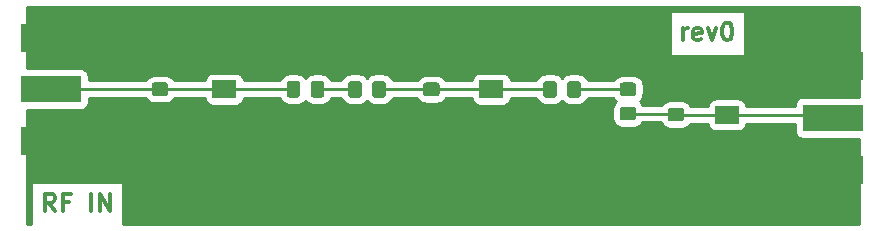
<source format=gbr>
G04 #@! TF.GenerationSoftware,KiCad,Pcbnew,(5.1.5)-3*
G04 #@! TF.CreationDate,2020-01-15T20:57:35-08:00*
G04 #@! TF.ProjectId,29MHz-LPF,32394d48-7a2d-44c5-9046-2e6b69636164,rev?*
G04 #@! TF.SameCoordinates,Original*
G04 #@! TF.FileFunction,Copper,L1,Top*
G04 #@! TF.FilePolarity,Positive*
%FSLAX46Y46*%
G04 Gerber Fmt 4.6, Leading zero omitted, Abs format (unit mm)*
G04 Created by KiCad (PCBNEW (5.1.5)-3) date 2020-01-15 20:57:35*
%MOMM*%
%LPD*%
G04 APERTURE LIST*
%ADD10C,0.300000*%
%ADD11C,0.100000*%
%ADD12R,2.000000X1.500000*%
%ADD13R,5.080000X2.290000*%
%ADD14R,5.080000X2.420000*%
%ADD15C,0.970000*%
%ADD16R,0.950000X0.460000*%
%ADD17C,0.800000*%
%ADD18C,0.250000*%
%ADD19C,0.254000*%
G04 APERTURE END LIST*
D10*
X161032285Y-84752571D02*
X161032285Y-83752571D01*
X161032285Y-84038285D02*
X161103714Y-83895428D01*
X161175142Y-83824000D01*
X161318000Y-83752571D01*
X161460857Y-83752571D01*
X162532285Y-84681142D02*
X162389428Y-84752571D01*
X162103714Y-84752571D01*
X161960857Y-84681142D01*
X161889428Y-84538285D01*
X161889428Y-83966857D01*
X161960857Y-83824000D01*
X162103714Y-83752571D01*
X162389428Y-83752571D01*
X162532285Y-83824000D01*
X162603714Y-83966857D01*
X162603714Y-84109714D01*
X161889428Y-84252571D01*
X163103714Y-83752571D02*
X163460857Y-84752571D01*
X163818000Y-83752571D01*
X164675142Y-83252571D02*
X164818000Y-83252571D01*
X164960857Y-83324000D01*
X165032285Y-83395428D01*
X165103714Y-83538285D01*
X165175142Y-83824000D01*
X165175142Y-84181142D01*
X165103714Y-84466857D01*
X165032285Y-84609714D01*
X164960857Y-84681142D01*
X164818000Y-84752571D01*
X164675142Y-84752571D01*
X164532285Y-84681142D01*
X164460857Y-84609714D01*
X164389428Y-84466857D01*
X164318000Y-84181142D01*
X164318000Y-83824000D01*
X164389428Y-83538285D01*
X164460857Y-83395428D01*
X164532285Y-83324000D01*
X164675142Y-83252571D01*
X107835142Y-99230571D02*
X107335142Y-98516285D01*
X106978000Y-99230571D02*
X106978000Y-97730571D01*
X107549428Y-97730571D01*
X107692285Y-97802000D01*
X107763714Y-97873428D01*
X107835142Y-98016285D01*
X107835142Y-98230571D01*
X107763714Y-98373428D01*
X107692285Y-98444857D01*
X107549428Y-98516285D01*
X106978000Y-98516285D01*
X108978000Y-98444857D02*
X108478000Y-98444857D01*
X108478000Y-99230571D02*
X108478000Y-97730571D01*
X109192285Y-97730571D01*
X110906571Y-99230571D02*
X110906571Y-97730571D01*
X111620857Y-99230571D02*
X111620857Y-97730571D01*
X112478000Y-99230571D01*
X112478000Y-97730571D01*
G04 #@! TA.AperFunction,SMDPad,CuDef*
D11*
G36*
X117187505Y-88308204D02*
G01*
X117211773Y-88311804D01*
X117235572Y-88317765D01*
X117258671Y-88326030D01*
X117280850Y-88336520D01*
X117301893Y-88349132D01*
X117321599Y-88363747D01*
X117339777Y-88380223D01*
X117356253Y-88398401D01*
X117370868Y-88418107D01*
X117383480Y-88439150D01*
X117393970Y-88461329D01*
X117402235Y-88484428D01*
X117408196Y-88508227D01*
X117411796Y-88532495D01*
X117413000Y-88556999D01*
X117413000Y-89207001D01*
X117411796Y-89231505D01*
X117408196Y-89255773D01*
X117402235Y-89279572D01*
X117393970Y-89302671D01*
X117383480Y-89324850D01*
X117370868Y-89345893D01*
X117356253Y-89365599D01*
X117339777Y-89383777D01*
X117321599Y-89400253D01*
X117301893Y-89414868D01*
X117280850Y-89427480D01*
X117258671Y-89437970D01*
X117235572Y-89446235D01*
X117211773Y-89452196D01*
X117187505Y-89455796D01*
X117163001Y-89457000D01*
X116262999Y-89457000D01*
X116238495Y-89455796D01*
X116214227Y-89452196D01*
X116190428Y-89446235D01*
X116167329Y-89437970D01*
X116145150Y-89427480D01*
X116124107Y-89414868D01*
X116104401Y-89400253D01*
X116086223Y-89383777D01*
X116069747Y-89365599D01*
X116055132Y-89345893D01*
X116042520Y-89324850D01*
X116032030Y-89302671D01*
X116023765Y-89279572D01*
X116017804Y-89255773D01*
X116014204Y-89231505D01*
X116013000Y-89207001D01*
X116013000Y-88556999D01*
X116014204Y-88532495D01*
X116017804Y-88508227D01*
X116023765Y-88484428D01*
X116032030Y-88461329D01*
X116042520Y-88439150D01*
X116055132Y-88418107D01*
X116069747Y-88398401D01*
X116086223Y-88380223D01*
X116104401Y-88363747D01*
X116124107Y-88349132D01*
X116145150Y-88336520D01*
X116167329Y-88326030D01*
X116190428Y-88317765D01*
X116214227Y-88311804D01*
X116238495Y-88308204D01*
X116262999Y-88307000D01*
X117163001Y-88307000D01*
X117187505Y-88308204D01*
G37*
G04 #@! TD.AperFunction*
G04 #@! TA.AperFunction,SMDPad,CuDef*
G36*
X117187505Y-90358204D02*
G01*
X117211773Y-90361804D01*
X117235572Y-90367765D01*
X117258671Y-90376030D01*
X117280850Y-90386520D01*
X117301893Y-90399132D01*
X117321599Y-90413747D01*
X117339777Y-90430223D01*
X117356253Y-90448401D01*
X117370868Y-90468107D01*
X117383480Y-90489150D01*
X117393970Y-90511329D01*
X117402235Y-90534428D01*
X117408196Y-90558227D01*
X117411796Y-90582495D01*
X117413000Y-90606999D01*
X117413000Y-91257001D01*
X117411796Y-91281505D01*
X117408196Y-91305773D01*
X117402235Y-91329572D01*
X117393970Y-91352671D01*
X117383480Y-91374850D01*
X117370868Y-91395893D01*
X117356253Y-91415599D01*
X117339777Y-91433777D01*
X117321599Y-91450253D01*
X117301893Y-91464868D01*
X117280850Y-91477480D01*
X117258671Y-91487970D01*
X117235572Y-91496235D01*
X117211773Y-91502196D01*
X117187505Y-91505796D01*
X117163001Y-91507000D01*
X116262999Y-91507000D01*
X116238495Y-91505796D01*
X116214227Y-91502196D01*
X116190428Y-91496235D01*
X116167329Y-91487970D01*
X116145150Y-91477480D01*
X116124107Y-91464868D01*
X116104401Y-91450253D01*
X116086223Y-91433777D01*
X116069747Y-91415599D01*
X116055132Y-91395893D01*
X116042520Y-91374850D01*
X116032030Y-91352671D01*
X116023765Y-91329572D01*
X116017804Y-91305773D01*
X116014204Y-91281505D01*
X116013000Y-91257001D01*
X116013000Y-90606999D01*
X116014204Y-90582495D01*
X116017804Y-90558227D01*
X116023765Y-90534428D01*
X116032030Y-90511329D01*
X116042520Y-90489150D01*
X116055132Y-90468107D01*
X116069747Y-90448401D01*
X116086223Y-90430223D01*
X116104401Y-90413747D01*
X116124107Y-90399132D01*
X116145150Y-90386520D01*
X116167329Y-90376030D01*
X116190428Y-90367765D01*
X116214227Y-90361804D01*
X116238495Y-90358204D01*
X116262999Y-90357000D01*
X117163001Y-90357000D01*
X117187505Y-90358204D01*
G37*
G04 #@! TD.AperFunction*
D12*
X122174000Y-88900000D03*
X122174000Y-94900000D03*
G04 #@! TA.AperFunction,SMDPad,CuDef*
D11*
G36*
X140174505Y-90376204D02*
G01*
X140198773Y-90379804D01*
X140222572Y-90385765D01*
X140245671Y-90394030D01*
X140267850Y-90404520D01*
X140288893Y-90417132D01*
X140308599Y-90431747D01*
X140326777Y-90448223D01*
X140343253Y-90466401D01*
X140357868Y-90486107D01*
X140370480Y-90507150D01*
X140380970Y-90529329D01*
X140389235Y-90552428D01*
X140395196Y-90576227D01*
X140398796Y-90600495D01*
X140400000Y-90624999D01*
X140400000Y-91275001D01*
X140398796Y-91299505D01*
X140395196Y-91323773D01*
X140389235Y-91347572D01*
X140380970Y-91370671D01*
X140370480Y-91392850D01*
X140357868Y-91413893D01*
X140343253Y-91433599D01*
X140326777Y-91451777D01*
X140308599Y-91468253D01*
X140288893Y-91482868D01*
X140267850Y-91495480D01*
X140245671Y-91505970D01*
X140222572Y-91514235D01*
X140198773Y-91520196D01*
X140174505Y-91523796D01*
X140150001Y-91525000D01*
X139249999Y-91525000D01*
X139225495Y-91523796D01*
X139201227Y-91520196D01*
X139177428Y-91514235D01*
X139154329Y-91505970D01*
X139132150Y-91495480D01*
X139111107Y-91482868D01*
X139091401Y-91468253D01*
X139073223Y-91451777D01*
X139056747Y-91433599D01*
X139042132Y-91413893D01*
X139029520Y-91392850D01*
X139019030Y-91370671D01*
X139010765Y-91347572D01*
X139004804Y-91323773D01*
X139001204Y-91299505D01*
X139000000Y-91275001D01*
X139000000Y-90624999D01*
X139001204Y-90600495D01*
X139004804Y-90576227D01*
X139010765Y-90552428D01*
X139019030Y-90529329D01*
X139029520Y-90507150D01*
X139042132Y-90486107D01*
X139056747Y-90466401D01*
X139073223Y-90448223D01*
X139091401Y-90431747D01*
X139111107Y-90417132D01*
X139132150Y-90404520D01*
X139154329Y-90394030D01*
X139177428Y-90385765D01*
X139201227Y-90379804D01*
X139225495Y-90376204D01*
X139249999Y-90375000D01*
X140150001Y-90375000D01*
X140174505Y-90376204D01*
G37*
G04 #@! TD.AperFunction*
G04 #@! TA.AperFunction,SMDPad,CuDef*
G36*
X140174505Y-88326204D02*
G01*
X140198773Y-88329804D01*
X140222572Y-88335765D01*
X140245671Y-88344030D01*
X140267850Y-88354520D01*
X140288893Y-88367132D01*
X140308599Y-88381747D01*
X140326777Y-88398223D01*
X140343253Y-88416401D01*
X140357868Y-88436107D01*
X140370480Y-88457150D01*
X140380970Y-88479329D01*
X140389235Y-88502428D01*
X140395196Y-88526227D01*
X140398796Y-88550495D01*
X140400000Y-88574999D01*
X140400000Y-89225001D01*
X140398796Y-89249505D01*
X140395196Y-89273773D01*
X140389235Y-89297572D01*
X140380970Y-89320671D01*
X140370480Y-89342850D01*
X140357868Y-89363893D01*
X140343253Y-89383599D01*
X140326777Y-89401777D01*
X140308599Y-89418253D01*
X140288893Y-89432868D01*
X140267850Y-89445480D01*
X140245671Y-89455970D01*
X140222572Y-89464235D01*
X140198773Y-89470196D01*
X140174505Y-89473796D01*
X140150001Y-89475000D01*
X139249999Y-89475000D01*
X139225495Y-89473796D01*
X139201227Y-89470196D01*
X139177428Y-89464235D01*
X139154329Y-89455970D01*
X139132150Y-89445480D01*
X139111107Y-89432868D01*
X139091401Y-89418253D01*
X139073223Y-89401777D01*
X139056747Y-89383599D01*
X139042132Y-89363893D01*
X139029520Y-89342850D01*
X139019030Y-89320671D01*
X139010765Y-89297572D01*
X139004804Y-89273773D01*
X139001204Y-89249505D01*
X139000000Y-89225001D01*
X139000000Y-88574999D01*
X139001204Y-88550495D01*
X139004804Y-88526227D01*
X139010765Y-88502428D01*
X139019030Y-88479329D01*
X139029520Y-88457150D01*
X139042132Y-88436107D01*
X139056747Y-88416401D01*
X139073223Y-88398223D01*
X139091401Y-88381747D01*
X139111107Y-88367132D01*
X139132150Y-88354520D01*
X139154329Y-88344030D01*
X139177428Y-88335765D01*
X139201227Y-88329804D01*
X139225495Y-88326204D01*
X139249999Y-88325000D01*
X140150001Y-88325000D01*
X140174505Y-88326204D01*
G37*
G04 #@! TD.AperFunction*
D12*
X144780000Y-94900000D03*
X144780000Y-88900000D03*
G04 #@! TA.AperFunction,SMDPad,CuDef*
D11*
G36*
X160875505Y-90467204D02*
G01*
X160899773Y-90470804D01*
X160923572Y-90476765D01*
X160946671Y-90485030D01*
X160968850Y-90495520D01*
X160989893Y-90508132D01*
X161009599Y-90522747D01*
X161027777Y-90539223D01*
X161044253Y-90557401D01*
X161058868Y-90577107D01*
X161071480Y-90598150D01*
X161081970Y-90620329D01*
X161090235Y-90643428D01*
X161096196Y-90667227D01*
X161099796Y-90691495D01*
X161101000Y-90715999D01*
X161101000Y-91366001D01*
X161099796Y-91390505D01*
X161096196Y-91414773D01*
X161090235Y-91438572D01*
X161081970Y-91461671D01*
X161071480Y-91483850D01*
X161058868Y-91504893D01*
X161044253Y-91524599D01*
X161027777Y-91542777D01*
X161009599Y-91559253D01*
X160989893Y-91573868D01*
X160968850Y-91586480D01*
X160946671Y-91596970D01*
X160923572Y-91605235D01*
X160899773Y-91611196D01*
X160875505Y-91614796D01*
X160851001Y-91616000D01*
X159950999Y-91616000D01*
X159926495Y-91614796D01*
X159902227Y-91611196D01*
X159878428Y-91605235D01*
X159855329Y-91596970D01*
X159833150Y-91586480D01*
X159812107Y-91573868D01*
X159792401Y-91559253D01*
X159774223Y-91542777D01*
X159757747Y-91524599D01*
X159743132Y-91504893D01*
X159730520Y-91483850D01*
X159720030Y-91461671D01*
X159711765Y-91438572D01*
X159705804Y-91414773D01*
X159702204Y-91390505D01*
X159701000Y-91366001D01*
X159701000Y-90715999D01*
X159702204Y-90691495D01*
X159705804Y-90667227D01*
X159711765Y-90643428D01*
X159720030Y-90620329D01*
X159730520Y-90598150D01*
X159743132Y-90577107D01*
X159757747Y-90557401D01*
X159774223Y-90539223D01*
X159792401Y-90522747D01*
X159812107Y-90508132D01*
X159833150Y-90495520D01*
X159855329Y-90485030D01*
X159878428Y-90476765D01*
X159902227Y-90470804D01*
X159926495Y-90467204D01*
X159950999Y-90466000D01*
X160851001Y-90466000D01*
X160875505Y-90467204D01*
G37*
G04 #@! TD.AperFunction*
G04 #@! TA.AperFunction,SMDPad,CuDef*
G36*
X160875505Y-92517204D02*
G01*
X160899773Y-92520804D01*
X160923572Y-92526765D01*
X160946671Y-92535030D01*
X160968850Y-92545520D01*
X160989893Y-92558132D01*
X161009599Y-92572747D01*
X161027777Y-92589223D01*
X161044253Y-92607401D01*
X161058868Y-92627107D01*
X161071480Y-92648150D01*
X161081970Y-92670329D01*
X161090235Y-92693428D01*
X161096196Y-92717227D01*
X161099796Y-92741495D01*
X161101000Y-92765999D01*
X161101000Y-93416001D01*
X161099796Y-93440505D01*
X161096196Y-93464773D01*
X161090235Y-93488572D01*
X161081970Y-93511671D01*
X161071480Y-93533850D01*
X161058868Y-93554893D01*
X161044253Y-93574599D01*
X161027777Y-93592777D01*
X161009599Y-93609253D01*
X160989893Y-93623868D01*
X160968850Y-93636480D01*
X160946671Y-93646970D01*
X160923572Y-93655235D01*
X160899773Y-93661196D01*
X160875505Y-93664796D01*
X160851001Y-93666000D01*
X159950999Y-93666000D01*
X159926495Y-93664796D01*
X159902227Y-93661196D01*
X159878428Y-93655235D01*
X159855329Y-93646970D01*
X159833150Y-93636480D01*
X159812107Y-93623868D01*
X159792401Y-93609253D01*
X159774223Y-93592777D01*
X159757747Y-93574599D01*
X159743132Y-93554893D01*
X159730520Y-93533850D01*
X159720030Y-93511671D01*
X159711765Y-93488572D01*
X159705804Y-93464773D01*
X159702204Y-93440505D01*
X159701000Y-93416001D01*
X159701000Y-92765999D01*
X159702204Y-92741495D01*
X159705804Y-92717227D01*
X159711765Y-92693428D01*
X159720030Y-92670329D01*
X159730520Y-92648150D01*
X159743132Y-92627107D01*
X159757747Y-92607401D01*
X159774223Y-92589223D01*
X159792401Y-92572747D01*
X159812107Y-92558132D01*
X159833150Y-92545520D01*
X159855329Y-92535030D01*
X159878428Y-92526765D01*
X159902227Y-92520804D01*
X159926495Y-92517204D01*
X159950999Y-92516000D01*
X160851001Y-92516000D01*
X160875505Y-92517204D01*
G37*
G04 #@! TD.AperFunction*
D12*
X164719000Y-91059000D03*
X164719000Y-97059000D03*
D13*
X107500000Y-88900000D03*
D14*
X107500000Y-84520000D03*
X107500000Y-93280000D03*
D15*
X110940000Y-84520000D03*
X110940000Y-93280000D03*
D16*
X110490000Y-84520000D03*
X110490000Y-93280000D03*
X170688000Y-86933000D03*
X170688000Y-95693000D03*
D15*
X170238000Y-86933000D03*
X170238000Y-95693000D03*
D14*
X173678000Y-86933000D03*
X173678000Y-95693000D03*
D13*
X173678000Y-91313000D03*
G04 #@! TA.AperFunction,SMDPad,CuDef*
D11*
G36*
X133572505Y-88201204D02*
G01*
X133596773Y-88204804D01*
X133620572Y-88210765D01*
X133643671Y-88219030D01*
X133665850Y-88229520D01*
X133686893Y-88242132D01*
X133706599Y-88256747D01*
X133724777Y-88273223D01*
X133741253Y-88291401D01*
X133755868Y-88311107D01*
X133768480Y-88332150D01*
X133778970Y-88354329D01*
X133787235Y-88377428D01*
X133793196Y-88401227D01*
X133796796Y-88425495D01*
X133798000Y-88449999D01*
X133798000Y-89350001D01*
X133796796Y-89374505D01*
X133793196Y-89398773D01*
X133787235Y-89422572D01*
X133778970Y-89445671D01*
X133768480Y-89467850D01*
X133755868Y-89488893D01*
X133741253Y-89508599D01*
X133724777Y-89526777D01*
X133706599Y-89543253D01*
X133686893Y-89557868D01*
X133665850Y-89570480D01*
X133643671Y-89580970D01*
X133620572Y-89589235D01*
X133596773Y-89595196D01*
X133572505Y-89598796D01*
X133548001Y-89600000D01*
X132897999Y-89600000D01*
X132873495Y-89598796D01*
X132849227Y-89595196D01*
X132825428Y-89589235D01*
X132802329Y-89580970D01*
X132780150Y-89570480D01*
X132759107Y-89557868D01*
X132739401Y-89543253D01*
X132721223Y-89526777D01*
X132704747Y-89508599D01*
X132690132Y-89488893D01*
X132677520Y-89467850D01*
X132667030Y-89445671D01*
X132658765Y-89422572D01*
X132652804Y-89398773D01*
X132649204Y-89374505D01*
X132648000Y-89350001D01*
X132648000Y-88449999D01*
X132649204Y-88425495D01*
X132652804Y-88401227D01*
X132658765Y-88377428D01*
X132667030Y-88354329D01*
X132677520Y-88332150D01*
X132690132Y-88311107D01*
X132704747Y-88291401D01*
X132721223Y-88273223D01*
X132739401Y-88256747D01*
X132759107Y-88242132D01*
X132780150Y-88229520D01*
X132802329Y-88219030D01*
X132825428Y-88210765D01*
X132849227Y-88204804D01*
X132873495Y-88201204D01*
X132897999Y-88200000D01*
X133548001Y-88200000D01*
X133572505Y-88201204D01*
G37*
G04 #@! TD.AperFunction*
G04 #@! TA.AperFunction,SMDPad,CuDef*
G36*
X135622505Y-88201204D02*
G01*
X135646773Y-88204804D01*
X135670572Y-88210765D01*
X135693671Y-88219030D01*
X135715850Y-88229520D01*
X135736893Y-88242132D01*
X135756599Y-88256747D01*
X135774777Y-88273223D01*
X135791253Y-88291401D01*
X135805868Y-88311107D01*
X135818480Y-88332150D01*
X135828970Y-88354329D01*
X135837235Y-88377428D01*
X135843196Y-88401227D01*
X135846796Y-88425495D01*
X135848000Y-88449999D01*
X135848000Y-89350001D01*
X135846796Y-89374505D01*
X135843196Y-89398773D01*
X135837235Y-89422572D01*
X135828970Y-89445671D01*
X135818480Y-89467850D01*
X135805868Y-89488893D01*
X135791253Y-89508599D01*
X135774777Y-89526777D01*
X135756599Y-89543253D01*
X135736893Y-89557868D01*
X135715850Y-89570480D01*
X135693671Y-89580970D01*
X135670572Y-89589235D01*
X135646773Y-89595196D01*
X135622505Y-89598796D01*
X135598001Y-89600000D01*
X134947999Y-89600000D01*
X134923495Y-89598796D01*
X134899227Y-89595196D01*
X134875428Y-89589235D01*
X134852329Y-89580970D01*
X134830150Y-89570480D01*
X134809107Y-89557868D01*
X134789401Y-89543253D01*
X134771223Y-89526777D01*
X134754747Y-89508599D01*
X134740132Y-89488893D01*
X134727520Y-89467850D01*
X134717030Y-89445671D01*
X134708765Y-89422572D01*
X134702804Y-89398773D01*
X134699204Y-89374505D01*
X134698000Y-89350001D01*
X134698000Y-88449999D01*
X134699204Y-88425495D01*
X134702804Y-88401227D01*
X134708765Y-88377428D01*
X134717030Y-88354329D01*
X134727520Y-88332150D01*
X134740132Y-88311107D01*
X134754747Y-88291401D01*
X134771223Y-88273223D01*
X134789401Y-88256747D01*
X134809107Y-88242132D01*
X134830150Y-88229520D01*
X134852329Y-88219030D01*
X134875428Y-88210765D01*
X134899227Y-88204804D01*
X134923495Y-88201204D01*
X134947999Y-88200000D01*
X135598001Y-88200000D01*
X135622505Y-88201204D01*
G37*
G04 #@! TD.AperFunction*
G04 #@! TA.AperFunction,SMDPad,CuDef*
G36*
X156811505Y-90376204D02*
G01*
X156835773Y-90379804D01*
X156859572Y-90385765D01*
X156882671Y-90394030D01*
X156904850Y-90404520D01*
X156925893Y-90417132D01*
X156945599Y-90431747D01*
X156963777Y-90448223D01*
X156980253Y-90466401D01*
X156994868Y-90486107D01*
X157007480Y-90507150D01*
X157017970Y-90529329D01*
X157026235Y-90552428D01*
X157032196Y-90576227D01*
X157035796Y-90600495D01*
X157037000Y-90624999D01*
X157037000Y-91275001D01*
X157035796Y-91299505D01*
X157032196Y-91323773D01*
X157026235Y-91347572D01*
X157017970Y-91370671D01*
X157007480Y-91392850D01*
X156994868Y-91413893D01*
X156980253Y-91433599D01*
X156963777Y-91451777D01*
X156945599Y-91468253D01*
X156925893Y-91482868D01*
X156904850Y-91495480D01*
X156882671Y-91505970D01*
X156859572Y-91514235D01*
X156835773Y-91520196D01*
X156811505Y-91523796D01*
X156787001Y-91525000D01*
X155886999Y-91525000D01*
X155862495Y-91523796D01*
X155838227Y-91520196D01*
X155814428Y-91514235D01*
X155791329Y-91505970D01*
X155769150Y-91495480D01*
X155748107Y-91482868D01*
X155728401Y-91468253D01*
X155710223Y-91451777D01*
X155693747Y-91433599D01*
X155679132Y-91413893D01*
X155666520Y-91392850D01*
X155656030Y-91370671D01*
X155647765Y-91347572D01*
X155641804Y-91323773D01*
X155638204Y-91299505D01*
X155637000Y-91275001D01*
X155637000Y-90624999D01*
X155638204Y-90600495D01*
X155641804Y-90576227D01*
X155647765Y-90552428D01*
X155656030Y-90529329D01*
X155666520Y-90507150D01*
X155679132Y-90486107D01*
X155693747Y-90466401D01*
X155710223Y-90448223D01*
X155728401Y-90431747D01*
X155748107Y-90417132D01*
X155769150Y-90404520D01*
X155791329Y-90394030D01*
X155814428Y-90385765D01*
X155838227Y-90379804D01*
X155862495Y-90376204D01*
X155886999Y-90375000D01*
X156787001Y-90375000D01*
X156811505Y-90376204D01*
G37*
G04 #@! TD.AperFunction*
G04 #@! TA.AperFunction,SMDPad,CuDef*
G36*
X156811505Y-88326204D02*
G01*
X156835773Y-88329804D01*
X156859572Y-88335765D01*
X156882671Y-88344030D01*
X156904850Y-88354520D01*
X156925893Y-88367132D01*
X156945599Y-88381747D01*
X156963777Y-88398223D01*
X156980253Y-88416401D01*
X156994868Y-88436107D01*
X157007480Y-88457150D01*
X157017970Y-88479329D01*
X157026235Y-88502428D01*
X157032196Y-88526227D01*
X157035796Y-88550495D01*
X157037000Y-88574999D01*
X157037000Y-89225001D01*
X157035796Y-89249505D01*
X157032196Y-89273773D01*
X157026235Y-89297572D01*
X157017970Y-89320671D01*
X157007480Y-89342850D01*
X156994868Y-89363893D01*
X156980253Y-89383599D01*
X156963777Y-89401777D01*
X156945599Y-89418253D01*
X156925893Y-89432868D01*
X156904850Y-89445480D01*
X156882671Y-89455970D01*
X156859572Y-89464235D01*
X156835773Y-89470196D01*
X156811505Y-89473796D01*
X156787001Y-89475000D01*
X155886999Y-89475000D01*
X155862495Y-89473796D01*
X155838227Y-89470196D01*
X155814428Y-89464235D01*
X155791329Y-89455970D01*
X155769150Y-89445480D01*
X155748107Y-89432868D01*
X155728401Y-89418253D01*
X155710223Y-89401777D01*
X155693747Y-89383599D01*
X155679132Y-89363893D01*
X155666520Y-89342850D01*
X155656030Y-89320671D01*
X155647765Y-89297572D01*
X155641804Y-89273773D01*
X155638204Y-89249505D01*
X155637000Y-89225001D01*
X155637000Y-88574999D01*
X155638204Y-88550495D01*
X155641804Y-88526227D01*
X155647765Y-88502428D01*
X155656030Y-88479329D01*
X155666520Y-88457150D01*
X155679132Y-88436107D01*
X155693747Y-88416401D01*
X155710223Y-88398223D01*
X155728401Y-88381747D01*
X155748107Y-88367132D01*
X155769150Y-88354520D01*
X155791329Y-88344030D01*
X155814428Y-88335765D01*
X155838227Y-88329804D01*
X155862495Y-88326204D01*
X155886999Y-88325000D01*
X156787001Y-88325000D01*
X156811505Y-88326204D01*
G37*
G04 #@! TD.AperFunction*
G04 #@! TA.AperFunction,SMDPad,CuDef*
G36*
X130415505Y-88201204D02*
G01*
X130439773Y-88204804D01*
X130463572Y-88210765D01*
X130486671Y-88219030D01*
X130508850Y-88229520D01*
X130529893Y-88242132D01*
X130549599Y-88256747D01*
X130567777Y-88273223D01*
X130584253Y-88291401D01*
X130598868Y-88311107D01*
X130611480Y-88332150D01*
X130621970Y-88354329D01*
X130630235Y-88377428D01*
X130636196Y-88401227D01*
X130639796Y-88425495D01*
X130641000Y-88449999D01*
X130641000Y-89350001D01*
X130639796Y-89374505D01*
X130636196Y-89398773D01*
X130630235Y-89422572D01*
X130621970Y-89445671D01*
X130611480Y-89467850D01*
X130598868Y-89488893D01*
X130584253Y-89508599D01*
X130567777Y-89526777D01*
X130549599Y-89543253D01*
X130529893Y-89557868D01*
X130508850Y-89570480D01*
X130486671Y-89580970D01*
X130463572Y-89589235D01*
X130439773Y-89595196D01*
X130415505Y-89598796D01*
X130391001Y-89600000D01*
X129740999Y-89600000D01*
X129716495Y-89598796D01*
X129692227Y-89595196D01*
X129668428Y-89589235D01*
X129645329Y-89580970D01*
X129623150Y-89570480D01*
X129602107Y-89557868D01*
X129582401Y-89543253D01*
X129564223Y-89526777D01*
X129547747Y-89508599D01*
X129533132Y-89488893D01*
X129520520Y-89467850D01*
X129510030Y-89445671D01*
X129501765Y-89422572D01*
X129495804Y-89398773D01*
X129492204Y-89374505D01*
X129491000Y-89350001D01*
X129491000Y-88449999D01*
X129492204Y-88425495D01*
X129495804Y-88401227D01*
X129501765Y-88377428D01*
X129510030Y-88354329D01*
X129520520Y-88332150D01*
X129533132Y-88311107D01*
X129547747Y-88291401D01*
X129564223Y-88273223D01*
X129582401Y-88256747D01*
X129602107Y-88242132D01*
X129623150Y-88229520D01*
X129645329Y-88219030D01*
X129668428Y-88210765D01*
X129692227Y-88204804D01*
X129716495Y-88201204D01*
X129740999Y-88200000D01*
X130391001Y-88200000D01*
X130415505Y-88201204D01*
G37*
G04 #@! TD.AperFunction*
G04 #@! TA.AperFunction,SMDPad,CuDef*
G36*
X128365505Y-88201204D02*
G01*
X128389773Y-88204804D01*
X128413572Y-88210765D01*
X128436671Y-88219030D01*
X128458850Y-88229520D01*
X128479893Y-88242132D01*
X128499599Y-88256747D01*
X128517777Y-88273223D01*
X128534253Y-88291401D01*
X128548868Y-88311107D01*
X128561480Y-88332150D01*
X128571970Y-88354329D01*
X128580235Y-88377428D01*
X128586196Y-88401227D01*
X128589796Y-88425495D01*
X128591000Y-88449999D01*
X128591000Y-89350001D01*
X128589796Y-89374505D01*
X128586196Y-89398773D01*
X128580235Y-89422572D01*
X128571970Y-89445671D01*
X128561480Y-89467850D01*
X128548868Y-89488893D01*
X128534253Y-89508599D01*
X128517777Y-89526777D01*
X128499599Y-89543253D01*
X128479893Y-89557868D01*
X128458850Y-89570480D01*
X128436671Y-89580970D01*
X128413572Y-89589235D01*
X128389773Y-89595196D01*
X128365505Y-89598796D01*
X128341001Y-89600000D01*
X127690999Y-89600000D01*
X127666495Y-89598796D01*
X127642227Y-89595196D01*
X127618428Y-89589235D01*
X127595329Y-89580970D01*
X127573150Y-89570480D01*
X127552107Y-89557868D01*
X127532401Y-89543253D01*
X127514223Y-89526777D01*
X127497747Y-89508599D01*
X127483132Y-89488893D01*
X127470520Y-89467850D01*
X127460030Y-89445671D01*
X127451765Y-89422572D01*
X127445804Y-89398773D01*
X127442204Y-89374505D01*
X127441000Y-89350001D01*
X127441000Y-88449999D01*
X127442204Y-88425495D01*
X127445804Y-88401227D01*
X127451765Y-88377428D01*
X127460030Y-88354329D01*
X127470520Y-88332150D01*
X127483132Y-88311107D01*
X127497747Y-88291401D01*
X127514223Y-88273223D01*
X127532401Y-88256747D01*
X127552107Y-88242132D01*
X127573150Y-88229520D01*
X127595329Y-88219030D01*
X127618428Y-88210765D01*
X127642227Y-88204804D01*
X127666495Y-88201204D01*
X127690999Y-88200000D01*
X128341001Y-88200000D01*
X128365505Y-88201204D01*
G37*
G04 #@! TD.AperFunction*
G04 #@! TA.AperFunction,SMDPad,CuDef*
G36*
X150082505Y-88201204D02*
G01*
X150106773Y-88204804D01*
X150130572Y-88210765D01*
X150153671Y-88219030D01*
X150175850Y-88229520D01*
X150196893Y-88242132D01*
X150216599Y-88256747D01*
X150234777Y-88273223D01*
X150251253Y-88291401D01*
X150265868Y-88311107D01*
X150278480Y-88332150D01*
X150288970Y-88354329D01*
X150297235Y-88377428D01*
X150303196Y-88401227D01*
X150306796Y-88425495D01*
X150308000Y-88449999D01*
X150308000Y-89350001D01*
X150306796Y-89374505D01*
X150303196Y-89398773D01*
X150297235Y-89422572D01*
X150288970Y-89445671D01*
X150278480Y-89467850D01*
X150265868Y-89488893D01*
X150251253Y-89508599D01*
X150234777Y-89526777D01*
X150216599Y-89543253D01*
X150196893Y-89557868D01*
X150175850Y-89570480D01*
X150153671Y-89580970D01*
X150130572Y-89589235D01*
X150106773Y-89595196D01*
X150082505Y-89598796D01*
X150058001Y-89600000D01*
X149407999Y-89600000D01*
X149383495Y-89598796D01*
X149359227Y-89595196D01*
X149335428Y-89589235D01*
X149312329Y-89580970D01*
X149290150Y-89570480D01*
X149269107Y-89557868D01*
X149249401Y-89543253D01*
X149231223Y-89526777D01*
X149214747Y-89508599D01*
X149200132Y-89488893D01*
X149187520Y-89467850D01*
X149177030Y-89445671D01*
X149168765Y-89422572D01*
X149162804Y-89398773D01*
X149159204Y-89374505D01*
X149158000Y-89350001D01*
X149158000Y-88449999D01*
X149159204Y-88425495D01*
X149162804Y-88401227D01*
X149168765Y-88377428D01*
X149177030Y-88354329D01*
X149187520Y-88332150D01*
X149200132Y-88311107D01*
X149214747Y-88291401D01*
X149231223Y-88273223D01*
X149249401Y-88256747D01*
X149269107Y-88242132D01*
X149290150Y-88229520D01*
X149312329Y-88219030D01*
X149335428Y-88210765D01*
X149359227Y-88204804D01*
X149383495Y-88201204D01*
X149407999Y-88200000D01*
X150058001Y-88200000D01*
X150082505Y-88201204D01*
G37*
G04 #@! TD.AperFunction*
G04 #@! TA.AperFunction,SMDPad,CuDef*
G36*
X152132505Y-88201204D02*
G01*
X152156773Y-88204804D01*
X152180572Y-88210765D01*
X152203671Y-88219030D01*
X152225850Y-88229520D01*
X152246893Y-88242132D01*
X152266599Y-88256747D01*
X152284777Y-88273223D01*
X152301253Y-88291401D01*
X152315868Y-88311107D01*
X152328480Y-88332150D01*
X152338970Y-88354329D01*
X152347235Y-88377428D01*
X152353196Y-88401227D01*
X152356796Y-88425495D01*
X152358000Y-88449999D01*
X152358000Y-89350001D01*
X152356796Y-89374505D01*
X152353196Y-89398773D01*
X152347235Y-89422572D01*
X152338970Y-89445671D01*
X152328480Y-89467850D01*
X152315868Y-89488893D01*
X152301253Y-89508599D01*
X152284777Y-89526777D01*
X152266599Y-89543253D01*
X152246893Y-89557868D01*
X152225850Y-89570480D01*
X152203671Y-89580970D01*
X152180572Y-89589235D01*
X152156773Y-89595196D01*
X152132505Y-89598796D01*
X152108001Y-89600000D01*
X151457999Y-89600000D01*
X151433495Y-89598796D01*
X151409227Y-89595196D01*
X151385428Y-89589235D01*
X151362329Y-89580970D01*
X151340150Y-89570480D01*
X151319107Y-89557868D01*
X151299401Y-89543253D01*
X151281223Y-89526777D01*
X151264747Y-89508599D01*
X151250132Y-89488893D01*
X151237520Y-89467850D01*
X151227030Y-89445671D01*
X151218765Y-89422572D01*
X151212804Y-89398773D01*
X151209204Y-89374505D01*
X151208000Y-89350001D01*
X151208000Y-88449999D01*
X151209204Y-88425495D01*
X151212804Y-88401227D01*
X151218765Y-88377428D01*
X151227030Y-88354329D01*
X151237520Y-88332150D01*
X151250132Y-88311107D01*
X151264747Y-88291401D01*
X151281223Y-88273223D01*
X151299401Y-88256747D01*
X151319107Y-88242132D01*
X151340150Y-88229520D01*
X151362329Y-88219030D01*
X151385428Y-88210765D01*
X151409227Y-88204804D01*
X151433495Y-88201204D01*
X151457999Y-88200000D01*
X152108001Y-88200000D01*
X152132505Y-88201204D01*
G37*
G04 #@! TD.AperFunction*
D17*
X139954000Y-94234000D03*
X139954000Y-84582000D03*
D18*
X116695000Y-88900000D02*
X116713000Y-88882000D01*
X107500000Y-88900000D02*
X116695000Y-88900000D01*
X122156000Y-88882000D02*
X122174000Y-88900000D01*
X116713000Y-88882000D02*
X122156000Y-88882000D01*
X122174000Y-88900000D02*
X128016000Y-88900000D01*
X135273000Y-88900000D02*
X139700000Y-88900000D01*
X140400000Y-88900000D02*
X144780000Y-88900000D01*
X139700000Y-88900000D02*
X140400000Y-88900000D01*
X144780000Y-88900000D02*
X149733000Y-88900000D01*
X160310000Y-90950000D02*
X160401000Y-91041000D01*
X156337000Y-90950000D02*
X160310000Y-90950000D01*
X160419000Y-91059000D02*
X160401000Y-91041000D01*
X164719000Y-91059000D02*
X160419000Y-91059000D01*
X173424000Y-91059000D02*
X173678000Y-91313000D01*
X164719000Y-91059000D02*
X173424000Y-91059000D01*
X130066000Y-88900000D02*
X133223000Y-88900000D01*
X152358000Y-88900000D02*
X156337000Y-88900000D01*
X151783000Y-88900000D02*
X152358000Y-88900000D01*
D19*
G36*
X120535928Y-89650000D02*
G01*
X120548188Y-89774482D01*
X120584498Y-89894180D01*
X120643463Y-90004494D01*
X120722815Y-90101185D01*
X120819506Y-90180537D01*
X120929820Y-90239502D01*
X121049518Y-90275812D01*
X121174000Y-90288072D01*
X123174000Y-90288072D01*
X123298482Y-90275812D01*
X123418180Y-90239502D01*
X123528494Y-90180537D01*
X123625185Y-90101185D01*
X123704537Y-90004494D01*
X123763502Y-89894180D01*
X123799812Y-89774482D01*
X123811087Y-89660000D01*
X126861473Y-89660000D01*
X126870528Y-89689851D01*
X126952595Y-89843387D01*
X127063038Y-89977962D01*
X127197613Y-90088405D01*
X127351149Y-90170472D01*
X127517745Y-90221008D01*
X127690999Y-90238072D01*
X128341001Y-90238072D01*
X128514255Y-90221008D01*
X128680851Y-90170472D01*
X128834387Y-90088405D01*
X128968962Y-89977962D01*
X129041000Y-89890184D01*
X129113038Y-89977962D01*
X129247613Y-90088405D01*
X129401149Y-90170472D01*
X129567745Y-90221008D01*
X129740999Y-90238072D01*
X130391001Y-90238072D01*
X130564255Y-90221008D01*
X130730851Y-90170472D01*
X130884387Y-90088405D01*
X131018962Y-89977962D01*
X131129405Y-89843387D01*
X131211472Y-89689851D01*
X131220527Y-89660000D01*
X132068473Y-89660000D01*
X132077528Y-89689851D01*
X132159595Y-89843387D01*
X132270038Y-89977962D01*
X132404613Y-90088405D01*
X132558149Y-90170472D01*
X132724745Y-90221008D01*
X132897999Y-90238072D01*
X133548001Y-90238072D01*
X133721255Y-90221008D01*
X133887851Y-90170472D01*
X134041387Y-90088405D01*
X134175962Y-89977962D01*
X134248000Y-89890184D01*
X134320038Y-89977962D01*
X134454613Y-90088405D01*
X134608149Y-90170472D01*
X134774745Y-90221008D01*
X134947999Y-90238072D01*
X135598001Y-90238072D01*
X135771255Y-90221008D01*
X135937851Y-90170472D01*
X136091387Y-90088405D01*
X136225962Y-89977962D01*
X136336405Y-89843387D01*
X136418472Y-89689851D01*
X136427527Y-89660000D01*
X138480386Y-89660000D01*
X138511595Y-89718387D01*
X138622038Y-89852962D01*
X138756613Y-89963405D01*
X138910149Y-90045472D01*
X139076745Y-90096008D01*
X139249999Y-90113072D01*
X140150001Y-90113072D01*
X140323255Y-90096008D01*
X140489851Y-90045472D01*
X140643387Y-89963405D01*
X140777962Y-89852962D01*
X140888405Y-89718387D01*
X140919614Y-89660000D01*
X143142913Y-89660000D01*
X143154188Y-89774482D01*
X143190498Y-89894180D01*
X143249463Y-90004494D01*
X143328815Y-90101185D01*
X143425506Y-90180537D01*
X143535820Y-90239502D01*
X143655518Y-90275812D01*
X143780000Y-90288072D01*
X145780000Y-90288072D01*
X145904482Y-90275812D01*
X146024180Y-90239502D01*
X146134494Y-90180537D01*
X146231185Y-90101185D01*
X146310537Y-90004494D01*
X146369502Y-89894180D01*
X146405812Y-89774482D01*
X146417087Y-89660000D01*
X148578473Y-89660000D01*
X148587528Y-89689851D01*
X148669595Y-89843387D01*
X148780038Y-89977962D01*
X148914613Y-90088405D01*
X149068149Y-90170472D01*
X149234745Y-90221008D01*
X149407999Y-90238072D01*
X150058001Y-90238072D01*
X150231255Y-90221008D01*
X150397851Y-90170472D01*
X150551387Y-90088405D01*
X150685962Y-89977962D01*
X150758000Y-89890184D01*
X150830038Y-89977962D01*
X150964613Y-90088405D01*
X151118149Y-90170472D01*
X151284745Y-90221008D01*
X151457999Y-90238072D01*
X152108001Y-90238072D01*
X152281255Y-90221008D01*
X152447851Y-90170472D01*
X152601387Y-90088405D01*
X152735962Y-89977962D01*
X152846405Y-89843387D01*
X152928472Y-89689851D01*
X152937527Y-89660000D01*
X155117386Y-89660000D01*
X155148595Y-89718387D01*
X155259038Y-89852962D01*
X155346816Y-89925000D01*
X155259038Y-89997038D01*
X155148595Y-90131613D01*
X155066528Y-90285149D01*
X155015992Y-90451745D01*
X154998928Y-90624999D01*
X154998928Y-91275001D01*
X155015992Y-91448255D01*
X155066528Y-91614851D01*
X155148595Y-91768387D01*
X155259038Y-91902962D01*
X155393613Y-92013405D01*
X155547149Y-92095472D01*
X155713745Y-92146008D01*
X155886999Y-92163072D01*
X156787001Y-92163072D01*
X156960255Y-92146008D01*
X157126851Y-92095472D01*
X157280387Y-92013405D01*
X157414962Y-91902962D01*
X157525405Y-91768387D01*
X157556614Y-91710000D01*
X159132746Y-91710000D01*
X159212595Y-91859387D01*
X159323038Y-91993962D01*
X159457613Y-92104405D01*
X159611149Y-92186472D01*
X159777745Y-92237008D01*
X159950999Y-92254072D01*
X160851001Y-92254072D01*
X161024255Y-92237008D01*
X161190851Y-92186472D01*
X161344387Y-92104405D01*
X161478962Y-91993962D01*
X161589405Y-91859387D01*
X161610992Y-91819000D01*
X163081913Y-91819000D01*
X163093188Y-91933482D01*
X163129498Y-92053180D01*
X163188463Y-92163494D01*
X163267815Y-92260185D01*
X163364506Y-92339537D01*
X163474820Y-92398502D01*
X163594518Y-92434812D01*
X163719000Y-92447072D01*
X165719000Y-92447072D01*
X165843482Y-92434812D01*
X165963180Y-92398502D01*
X166073494Y-92339537D01*
X166170185Y-92260185D01*
X166249537Y-92163494D01*
X166308502Y-92053180D01*
X166344812Y-91933482D01*
X166356087Y-91819000D01*
X170499928Y-91819000D01*
X170499928Y-92458000D01*
X170512188Y-92582482D01*
X170548498Y-92702180D01*
X170607463Y-92812494D01*
X170686815Y-92909185D01*
X170783506Y-92988537D01*
X170893820Y-93047502D01*
X171013518Y-93083812D01*
X171138000Y-93096072D01*
X175870000Y-93096072D01*
X175870000Y-100305000D01*
X113620143Y-100305000D01*
X113620143Y-96762000D01*
X105835857Y-96762000D01*
X105835857Y-100305000D01*
X105435000Y-100305000D01*
X105435000Y-90683072D01*
X110040000Y-90683072D01*
X110164482Y-90670812D01*
X110284180Y-90634502D01*
X110394494Y-90575537D01*
X110491185Y-90496185D01*
X110570537Y-90399494D01*
X110629502Y-90289180D01*
X110665812Y-90169482D01*
X110678072Y-90045000D01*
X110678072Y-89660000D01*
X115503008Y-89660000D01*
X115524595Y-89700387D01*
X115635038Y-89834962D01*
X115769613Y-89945405D01*
X115923149Y-90027472D01*
X116089745Y-90078008D01*
X116262999Y-90095072D01*
X117163001Y-90095072D01*
X117336255Y-90078008D01*
X117502851Y-90027472D01*
X117656387Y-89945405D01*
X117790962Y-89834962D01*
X117901405Y-89700387D01*
X117932614Y-89642000D01*
X120535928Y-89642000D01*
X120535928Y-89650000D01*
G37*
X120535928Y-89650000D02*
X120548188Y-89774482D01*
X120584498Y-89894180D01*
X120643463Y-90004494D01*
X120722815Y-90101185D01*
X120819506Y-90180537D01*
X120929820Y-90239502D01*
X121049518Y-90275812D01*
X121174000Y-90288072D01*
X123174000Y-90288072D01*
X123298482Y-90275812D01*
X123418180Y-90239502D01*
X123528494Y-90180537D01*
X123625185Y-90101185D01*
X123704537Y-90004494D01*
X123763502Y-89894180D01*
X123799812Y-89774482D01*
X123811087Y-89660000D01*
X126861473Y-89660000D01*
X126870528Y-89689851D01*
X126952595Y-89843387D01*
X127063038Y-89977962D01*
X127197613Y-90088405D01*
X127351149Y-90170472D01*
X127517745Y-90221008D01*
X127690999Y-90238072D01*
X128341001Y-90238072D01*
X128514255Y-90221008D01*
X128680851Y-90170472D01*
X128834387Y-90088405D01*
X128968962Y-89977962D01*
X129041000Y-89890184D01*
X129113038Y-89977962D01*
X129247613Y-90088405D01*
X129401149Y-90170472D01*
X129567745Y-90221008D01*
X129740999Y-90238072D01*
X130391001Y-90238072D01*
X130564255Y-90221008D01*
X130730851Y-90170472D01*
X130884387Y-90088405D01*
X131018962Y-89977962D01*
X131129405Y-89843387D01*
X131211472Y-89689851D01*
X131220527Y-89660000D01*
X132068473Y-89660000D01*
X132077528Y-89689851D01*
X132159595Y-89843387D01*
X132270038Y-89977962D01*
X132404613Y-90088405D01*
X132558149Y-90170472D01*
X132724745Y-90221008D01*
X132897999Y-90238072D01*
X133548001Y-90238072D01*
X133721255Y-90221008D01*
X133887851Y-90170472D01*
X134041387Y-90088405D01*
X134175962Y-89977962D01*
X134248000Y-89890184D01*
X134320038Y-89977962D01*
X134454613Y-90088405D01*
X134608149Y-90170472D01*
X134774745Y-90221008D01*
X134947999Y-90238072D01*
X135598001Y-90238072D01*
X135771255Y-90221008D01*
X135937851Y-90170472D01*
X136091387Y-90088405D01*
X136225962Y-89977962D01*
X136336405Y-89843387D01*
X136418472Y-89689851D01*
X136427527Y-89660000D01*
X138480386Y-89660000D01*
X138511595Y-89718387D01*
X138622038Y-89852962D01*
X138756613Y-89963405D01*
X138910149Y-90045472D01*
X139076745Y-90096008D01*
X139249999Y-90113072D01*
X140150001Y-90113072D01*
X140323255Y-90096008D01*
X140489851Y-90045472D01*
X140643387Y-89963405D01*
X140777962Y-89852962D01*
X140888405Y-89718387D01*
X140919614Y-89660000D01*
X143142913Y-89660000D01*
X143154188Y-89774482D01*
X143190498Y-89894180D01*
X143249463Y-90004494D01*
X143328815Y-90101185D01*
X143425506Y-90180537D01*
X143535820Y-90239502D01*
X143655518Y-90275812D01*
X143780000Y-90288072D01*
X145780000Y-90288072D01*
X145904482Y-90275812D01*
X146024180Y-90239502D01*
X146134494Y-90180537D01*
X146231185Y-90101185D01*
X146310537Y-90004494D01*
X146369502Y-89894180D01*
X146405812Y-89774482D01*
X146417087Y-89660000D01*
X148578473Y-89660000D01*
X148587528Y-89689851D01*
X148669595Y-89843387D01*
X148780038Y-89977962D01*
X148914613Y-90088405D01*
X149068149Y-90170472D01*
X149234745Y-90221008D01*
X149407999Y-90238072D01*
X150058001Y-90238072D01*
X150231255Y-90221008D01*
X150397851Y-90170472D01*
X150551387Y-90088405D01*
X150685962Y-89977962D01*
X150758000Y-89890184D01*
X150830038Y-89977962D01*
X150964613Y-90088405D01*
X151118149Y-90170472D01*
X151284745Y-90221008D01*
X151457999Y-90238072D01*
X152108001Y-90238072D01*
X152281255Y-90221008D01*
X152447851Y-90170472D01*
X152601387Y-90088405D01*
X152735962Y-89977962D01*
X152846405Y-89843387D01*
X152928472Y-89689851D01*
X152937527Y-89660000D01*
X155117386Y-89660000D01*
X155148595Y-89718387D01*
X155259038Y-89852962D01*
X155346816Y-89925000D01*
X155259038Y-89997038D01*
X155148595Y-90131613D01*
X155066528Y-90285149D01*
X155015992Y-90451745D01*
X154998928Y-90624999D01*
X154998928Y-91275001D01*
X155015992Y-91448255D01*
X155066528Y-91614851D01*
X155148595Y-91768387D01*
X155259038Y-91902962D01*
X155393613Y-92013405D01*
X155547149Y-92095472D01*
X155713745Y-92146008D01*
X155886999Y-92163072D01*
X156787001Y-92163072D01*
X156960255Y-92146008D01*
X157126851Y-92095472D01*
X157280387Y-92013405D01*
X157414962Y-91902962D01*
X157525405Y-91768387D01*
X157556614Y-91710000D01*
X159132746Y-91710000D01*
X159212595Y-91859387D01*
X159323038Y-91993962D01*
X159457613Y-92104405D01*
X159611149Y-92186472D01*
X159777745Y-92237008D01*
X159950999Y-92254072D01*
X160851001Y-92254072D01*
X161024255Y-92237008D01*
X161190851Y-92186472D01*
X161344387Y-92104405D01*
X161478962Y-91993962D01*
X161589405Y-91859387D01*
X161610992Y-91819000D01*
X163081913Y-91819000D01*
X163093188Y-91933482D01*
X163129498Y-92053180D01*
X163188463Y-92163494D01*
X163267815Y-92260185D01*
X163364506Y-92339537D01*
X163474820Y-92398502D01*
X163594518Y-92434812D01*
X163719000Y-92447072D01*
X165719000Y-92447072D01*
X165843482Y-92434812D01*
X165963180Y-92398502D01*
X166073494Y-92339537D01*
X166170185Y-92260185D01*
X166249537Y-92163494D01*
X166308502Y-92053180D01*
X166344812Y-91933482D01*
X166356087Y-91819000D01*
X170499928Y-91819000D01*
X170499928Y-92458000D01*
X170512188Y-92582482D01*
X170548498Y-92702180D01*
X170607463Y-92812494D01*
X170686815Y-92909185D01*
X170783506Y-92988537D01*
X170893820Y-93047502D01*
X171013518Y-93083812D01*
X171138000Y-93096072D01*
X175870000Y-93096072D01*
X175870000Y-100305000D01*
X113620143Y-100305000D01*
X113620143Y-96762000D01*
X105835857Y-96762000D01*
X105835857Y-100305000D01*
X105435000Y-100305000D01*
X105435000Y-90683072D01*
X110040000Y-90683072D01*
X110164482Y-90670812D01*
X110284180Y-90634502D01*
X110394494Y-90575537D01*
X110491185Y-90496185D01*
X110570537Y-90399494D01*
X110629502Y-90289180D01*
X110665812Y-90169482D01*
X110678072Y-90045000D01*
X110678072Y-89660000D01*
X115503008Y-89660000D01*
X115524595Y-89700387D01*
X115635038Y-89834962D01*
X115769613Y-89945405D01*
X115923149Y-90027472D01*
X116089745Y-90078008D01*
X116262999Y-90095072D01*
X117163001Y-90095072D01*
X117336255Y-90078008D01*
X117502851Y-90027472D01*
X117656387Y-89945405D01*
X117790962Y-89834962D01*
X117901405Y-89700387D01*
X117932614Y-89642000D01*
X120535928Y-89642000D01*
X120535928Y-89650000D01*
G36*
X175870001Y-89529928D02*
G01*
X171138000Y-89529928D01*
X171013518Y-89542188D01*
X170893820Y-89578498D01*
X170783506Y-89637463D01*
X170686815Y-89716815D01*
X170607463Y-89813506D01*
X170548498Y-89923820D01*
X170512188Y-90043518D01*
X170499928Y-90168000D01*
X170499928Y-90299000D01*
X166356087Y-90299000D01*
X166344812Y-90184518D01*
X166308502Y-90064820D01*
X166249537Y-89954506D01*
X166170185Y-89857815D01*
X166073494Y-89778463D01*
X165963180Y-89719498D01*
X165843482Y-89683188D01*
X165719000Y-89670928D01*
X163719000Y-89670928D01*
X163594518Y-89683188D01*
X163474820Y-89719498D01*
X163364506Y-89778463D01*
X163267815Y-89857815D01*
X163188463Y-89954506D01*
X163129498Y-90064820D01*
X163093188Y-90184518D01*
X163081913Y-90299000D01*
X161630235Y-90299000D01*
X161589405Y-90222613D01*
X161478962Y-90088038D01*
X161344387Y-89977595D01*
X161190851Y-89895528D01*
X161024255Y-89844992D01*
X160851001Y-89827928D01*
X159950999Y-89827928D01*
X159777745Y-89844992D01*
X159611149Y-89895528D01*
X159457613Y-89977595D01*
X159323038Y-90088038D01*
X159239360Y-90190000D01*
X157556614Y-90190000D01*
X157525405Y-90131613D01*
X157414962Y-89997038D01*
X157327184Y-89925000D01*
X157414962Y-89852962D01*
X157525405Y-89718387D01*
X157607472Y-89564851D01*
X157658008Y-89398255D01*
X157675072Y-89225001D01*
X157675072Y-88574999D01*
X157658008Y-88401745D01*
X157607472Y-88235149D01*
X157525405Y-88081613D01*
X157414962Y-87947038D01*
X157280387Y-87836595D01*
X157126851Y-87754528D01*
X156960255Y-87703992D01*
X156787001Y-87686928D01*
X155886999Y-87686928D01*
X155713745Y-87703992D01*
X155547149Y-87754528D01*
X155393613Y-87836595D01*
X155259038Y-87947038D01*
X155148595Y-88081613D01*
X155117386Y-88140000D01*
X152937527Y-88140000D01*
X152928472Y-88110149D01*
X152846405Y-87956613D01*
X152735962Y-87822038D01*
X152601387Y-87711595D01*
X152447851Y-87629528D01*
X152281255Y-87578992D01*
X152108001Y-87561928D01*
X151457999Y-87561928D01*
X151284745Y-87578992D01*
X151118149Y-87629528D01*
X150964613Y-87711595D01*
X150830038Y-87822038D01*
X150758000Y-87909816D01*
X150685962Y-87822038D01*
X150551387Y-87711595D01*
X150397851Y-87629528D01*
X150231255Y-87578992D01*
X150058001Y-87561928D01*
X149407999Y-87561928D01*
X149234745Y-87578992D01*
X149068149Y-87629528D01*
X148914613Y-87711595D01*
X148780038Y-87822038D01*
X148669595Y-87956613D01*
X148587528Y-88110149D01*
X148578473Y-88140000D01*
X146417087Y-88140000D01*
X146405812Y-88025518D01*
X146369502Y-87905820D01*
X146310537Y-87795506D01*
X146231185Y-87698815D01*
X146134494Y-87619463D01*
X146024180Y-87560498D01*
X145904482Y-87524188D01*
X145780000Y-87511928D01*
X143780000Y-87511928D01*
X143655518Y-87524188D01*
X143535820Y-87560498D01*
X143425506Y-87619463D01*
X143328815Y-87698815D01*
X143249463Y-87795506D01*
X143190498Y-87905820D01*
X143154188Y-88025518D01*
X143142913Y-88140000D01*
X140919614Y-88140000D01*
X140888405Y-88081613D01*
X140777962Y-87947038D01*
X140643387Y-87836595D01*
X140489851Y-87754528D01*
X140323255Y-87703992D01*
X140150001Y-87686928D01*
X139249999Y-87686928D01*
X139076745Y-87703992D01*
X138910149Y-87754528D01*
X138756613Y-87836595D01*
X138622038Y-87947038D01*
X138511595Y-88081613D01*
X138480386Y-88140000D01*
X136427527Y-88140000D01*
X136418472Y-88110149D01*
X136336405Y-87956613D01*
X136225962Y-87822038D01*
X136091387Y-87711595D01*
X135937851Y-87629528D01*
X135771255Y-87578992D01*
X135598001Y-87561928D01*
X134947999Y-87561928D01*
X134774745Y-87578992D01*
X134608149Y-87629528D01*
X134454613Y-87711595D01*
X134320038Y-87822038D01*
X134248000Y-87909816D01*
X134175962Y-87822038D01*
X134041387Y-87711595D01*
X133887851Y-87629528D01*
X133721255Y-87578992D01*
X133548001Y-87561928D01*
X132897999Y-87561928D01*
X132724745Y-87578992D01*
X132558149Y-87629528D01*
X132404613Y-87711595D01*
X132270038Y-87822038D01*
X132159595Y-87956613D01*
X132077528Y-88110149D01*
X132068473Y-88140000D01*
X131220527Y-88140000D01*
X131211472Y-88110149D01*
X131129405Y-87956613D01*
X131018962Y-87822038D01*
X130884387Y-87711595D01*
X130730851Y-87629528D01*
X130564255Y-87578992D01*
X130391001Y-87561928D01*
X129740999Y-87561928D01*
X129567745Y-87578992D01*
X129401149Y-87629528D01*
X129247613Y-87711595D01*
X129113038Y-87822038D01*
X129041000Y-87909816D01*
X128968962Y-87822038D01*
X128834387Y-87711595D01*
X128680851Y-87629528D01*
X128514255Y-87578992D01*
X128341001Y-87561928D01*
X127690999Y-87561928D01*
X127517745Y-87578992D01*
X127351149Y-87629528D01*
X127197613Y-87711595D01*
X127063038Y-87822038D01*
X126952595Y-87956613D01*
X126870528Y-88110149D01*
X126861473Y-88140000D01*
X123811087Y-88140000D01*
X123799812Y-88025518D01*
X123763502Y-87905820D01*
X123704537Y-87795506D01*
X123625185Y-87698815D01*
X123528494Y-87619463D01*
X123418180Y-87560498D01*
X123298482Y-87524188D01*
X123174000Y-87511928D01*
X121174000Y-87511928D01*
X121049518Y-87524188D01*
X120929820Y-87560498D01*
X120819506Y-87619463D01*
X120722815Y-87698815D01*
X120643463Y-87795506D01*
X120584498Y-87905820D01*
X120548188Y-88025518D01*
X120538686Y-88122000D01*
X117932614Y-88122000D01*
X117901405Y-88063613D01*
X117790962Y-87929038D01*
X117656387Y-87818595D01*
X117502851Y-87736528D01*
X117336255Y-87685992D01*
X117163001Y-87668928D01*
X116262999Y-87668928D01*
X116089745Y-87685992D01*
X115923149Y-87736528D01*
X115769613Y-87818595D01*
X115635038Y-87929038D01*
X115524595Y-88063613D01*
X115483765Y-88140000D01*
X110678072Y-88140000D01*
X110678072Y-87755000D01*
X110665812Y-87630518D01*
X110629502Y-87510820D01*
X110570537Y-87400506D01*
X110491185Y-87303815D01*
X110394494Y-87224463D01*
X110284180Y-87165498D01*
X110164482Y-87129188D01*
X110040000Y-87116928D01*
X105435000Y-87116928D01*
X105435000Y-82284000D01*
X159890143Y-82284000D01*
X159890143Y-86104000D01*
X166245857Y-86104000D01*
X166245857Y-82284000D01*
X159890143Y-82284000D01*
X105435000Y-82284000D01*
X105435000Y-81940000D01*
X175870001Y-81940000D01*
X175870001Y-89529928D01*
G37*
X175870001Y-89529928D02*
X171138000Y-89529928D01*
X171013518Y-89542188D01*
X170893820Y-89578498D01*
X170783506Y-89637463D01*
X170686815Y-89716815D01*
X170607463Y-89813506D01*
X170548498Y-89923820D01*
X170512188Y-90043518D01*
X170499928Y-90168000D01*
X170499928Y-90299000D01*
X166356087Y-90299000D01*
X166344812Y-90184518D01*
X166308502Y-90064820D01*
X166249537Y-89954506D01*
X166170185Y-89857815D01*
X166073494Y-89778463D01*
X165963180Y-89719498D01*
X165843482Y-89683188D01*
X165719000Y-89670928D01*
X163719000Y-89670928D01*
X163594518Y-89683188D01*
X163474820Y-89719498D01*
X163364506Y-89778463D01*
X163267815Y-89857815D01*
X163188463Y-89954506D01*
X163129498Y-90064820D01*
X163093188Y-90184518D01*
X163081913Y-90299000D01*
X161630235Y-90299000D01*
X161589405Y-90222613D01*
X161478962Y-90088038D01*
X161344387Y-89977595D01*
X161190851Y-89895528D01*
X161024255Y-89844992D01*
X160851001Y-89827928D01*
X159950999Y-89827928D01*
X159777745Y-89844992D01*
X159611149Y-89895528D01*
X159457613Y-89977595D01*
X159323038Y-90088038D01*
X159239360Y-90190000D01*
X157556614Y-90190000D01*
X157525405Y-90131613D01*
X157414962Y-89997038D01*
X157327184Y-89925000D01*
X157414962Y-89852962D01*
X157525405Y-89718387D01*
X157607472Y-89564851D01*
X157658008Y-89398255D01*
X157675072Y-89225001D01*
X157675072Y-88574999D01*
X157658008Y-88401745D01*
X157607472Y-88235149D01*
X157525405Y-88081613D01*
X157414962Y-87947038D01*
X157280387Y-87836595D01*
X157126851Y-87754528D01*
X156960255Y-87703992D01*
X156787001Y-87686928D01*
X155886999Y-87686928D01*
X155713745Y-87703992D01*
X155547149Y-87754528D01*
X155393613Y-87836595D01*
X155259038Y-87947038D01*
X155148595Y-88081613D01*
X155117386Y-88140000D01*
X152937527Y-88140000D01*
X152928472Y-88110149D01*
X152846405Y-87956613D01*
X152735962Y-87822038D01*
X152601387Y-87711595D01*
X152447851Y-87629528D01*
X152281255Y-87578992D01*
X152108001Y-87561928D01*
X151457999Y-87561928D01*
X151284745Y-87578992D01*
X151118149Y-87629528D01*
X150964613Y-87711595D01*
X150830038Y-87822038D01*
X150758000Y-87909816D01*
X150685962Y-87822038D01*
X150551387Y-87711595D01*
X150397851Y-87629528D01*
X150231255Y-87578992D01*
X150058001Y-87561928D01*
X149407999Y-87561928D01*
X149234745Y-87578992D01*
X149068149Y-87629528D01*
X148914613Y-87711595D01*
X148780038Y-87822038D01*
X148669595Y-87956613D01*
X148587528Y-88110149D01*
X148578473Y-88140000D01*
X146417087Y-88140000D01*
X146405812Y-88025518D01*
X146369502Y-87905820D01*
X146310537Y-87795506D01*
X146231185Y-87698815D01*
X146134494Y-87619463D01*
X146024180Y-87560498D01*
X145904482Y-87524188D01*
X145780000Y-87511928D01*
X143780000Y-87511928D01*
X143655518Y-87524188D01*
X143535820Y-87560498D01*
X143425506Y-87619463D01*
X143328815Y-87698815D01*
X143249463Y-87795506D01*
X143190498Y-87905820D01*
X143154188Y-88025518D01*
X143142913Y-88140000D01*
X140919614Y-88140000D01*
X140888405Y-88081613D01*
X140777962Y-87947038D01*
X140643387Y-87836595D01*
X140489851Y-87754528D01*
X140323255Y-87703992D01*
X140150001Y-87686928D01*
X139249999Y-87686928D01*
X139076745Y-87703992D01*
X138910149Y-87754528D01*
X138756613Y-87836595D01*
X138622038Y-87947038D01*
X138511595Y-88081613D01*
X138480386Y-88140000D01*
X136427527Y-88140000D01*
X136418472Y-88110149D01*
X136336405Y-87956613D01*
X136225962Y-87822038D01*
X136091387Y-87711595D01*
X135937851Y-87629528D01*
X135771255Y-87578992D01*
X135598001Y-87561928D01*
X134947999Y-87561928D01*
X134774745Y-87578992D01*
X134608149Y-87629528D01*
X134454613Y-87711595D01*
X134320038Y-87822038D01*
X134248000Y-87909816D01*
X134175962Y-87822038D01*
X134041387Y-87711595D01*
X133887851Y-87629528D01*
X133721255Y-87578992D01*
X133548001Y-87561928D01*
X132897999Y-87561928D01*
X132724745Y-87578992D01*
X132558149Y-87629528D01*
X132404613Y-87711595D01*
X132270038Y-87822038D01*
X132159595Y-87956613D01*
X132077528Y-88110149D01*
X132068473Y-88140000D01*
X131220527Y-88140000D01*
X131211472Y-88110149D01*
X131129405Y-87956613D01*
X131018962Y-87822038D01*
X130884387Y-87711595D01*
X130730851Y-87629528D01*
X130564255Y-87578992D01*
X130391001Y-87561928D01*
X129740999Y-87561928D01*
X129567745Y-87578992D01*
X129401149Y-87629528D01*
X129247613Y-87711595D01*
X129113038Y-87822038D01*
X129041000Y-87909816D01*
X128968962Y-87822038D01*
X128834387Y-87711595D01*
X128680851Y-87629528D01*
X128514255Y-87578992D01*
X128341001Y-87561928D01*
X127690999Y-87561928D01*
X127517745Y-87578992D01*
X127351149Y-87629528D01*
X127197613Y-87711595D01*
X127063038Y-87822038D01*
X126952595Y-87956613D01*
X126870528Y-88110149D01*
X126861473Y-88140000D01*
X123811087Y-88140000D01*
X123799812Y-88025518D01*
X123763502Y-87905820D01*
X123704537Y-87795506D01*
X123625185Y-87698815D01*
X123528494Y-87619463D01*
X123418180Y-87560498D01*
X123298482Y-87524188D01*
X123174000Y-87511928D01*
X121174000Y-87511928D01*
X121049518Y-87524188D01*
X120929820Y-87560498D01*
X120819506Y-87619463D01*
X120722815Y-87698815D01*
X120643463Y-87795506D01*
X120584498Y-87905820D01*
X120548188Y-88025518D01*
X120538686Y-88122000D01*
X117932614Y-88122000D01*
X117901405Y-88063613D01*
X117790962Y-87929038D01*
X117656387Y-87818595D01*
X117502851Y-87736528D01*
X117336255Y-87685992D01*
X117163001Y-87668928D01*
X116262999Y-87668928D01*
X116089745Y-87685992D01*
X115923149Y-87736528D01*
X115769613Y-87818595D01*
X115635038Y-87929038D01*
X115524595Y-88063613D01*
X115483765Y-88140000D01*
X110678072Y-88140000D01*
X110678072Y-87755000D01*
X110665812Y-87630518D01*
X110629502Y-87510820D01*
X110570537Y-87400506D01*
X110491185Y-87303815D01*
X110394494Y-87224463D01*
X110284180Y-87165498D01*
X110164482Y-87129188D01*
X110040000Y-87116928D01*
X105435000Y-87116928D01*
X105435000Y-82284000D01*
X159890143Y-82284000D01*
X159890143Y-86104000D01*
X166245857Y-86104000D01*
X166245857Y-82284000D01*
X159890143Y-82284000D01*
X105435000Y-82284000D01*
X105435000Y-81940000D01*
X175870001Y-81940000D01*
X175870001Y-89529928D01*
M02*

</source>
